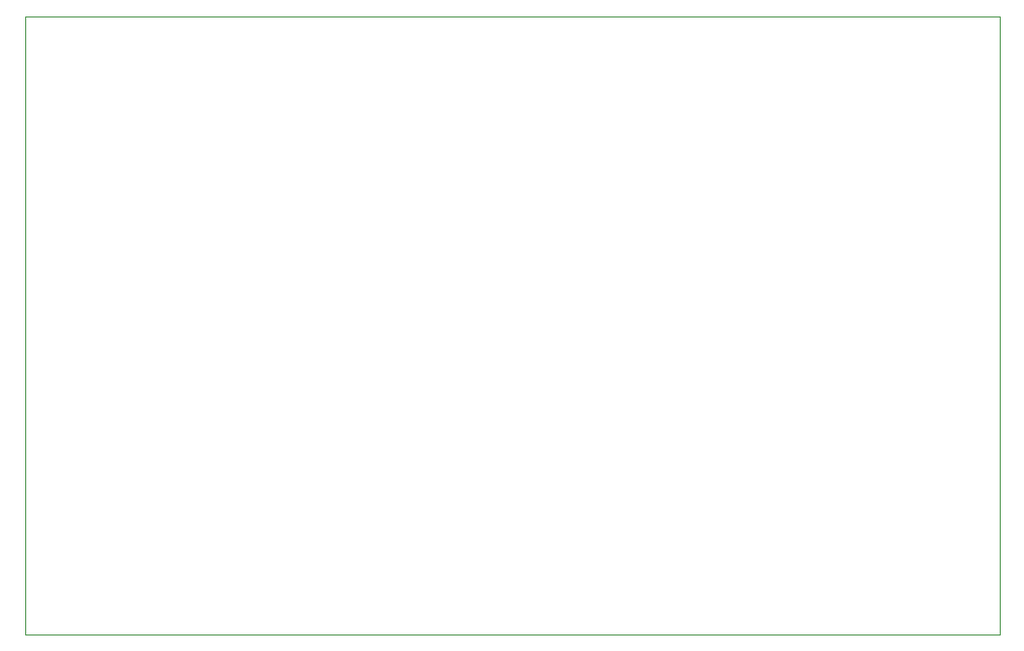
<source format=gbr>
%TF.GenerationSoftware,KiCad,Pcbnew,8.0.1*%
%TF.CreationDate,2024-05-11T19:31:04-03:00*%
%TF.ProjectId,business-card-pi-pico,62757369-6e65-4737-932d-636172642d70,rev?*%
%TF.SameCoordinates,Original*%
%TF.FileFunction,Profile,NP*%
%FSLAX46Y46*%
G04 Gerber Fmt 4.6, Leading zero omitted, Abs format (unit mm)*
G04 Created by KiCad (PCBNEW 8.0.1) date 2024-05-11 19:31:04*
%MOMM*%
%LPD*%
G01*
G04 APERTURE LIST*
%TA.AperFunction,Profile*%
%ADD10C,0.100000*%
%TD*%
G04 APERTURE END LIST*
D10*
X185000000Y-53000000D02*
X185000000Y-107000000D01*
X100000000Y-53000000D02*
X185000000Y-53000000D01*
X185000000Y-107000000D02*
X100000000Y-107000000D01*
X100000000Y-53000000D02*
X100000000Y-107000000D01*
M02*

</source>
